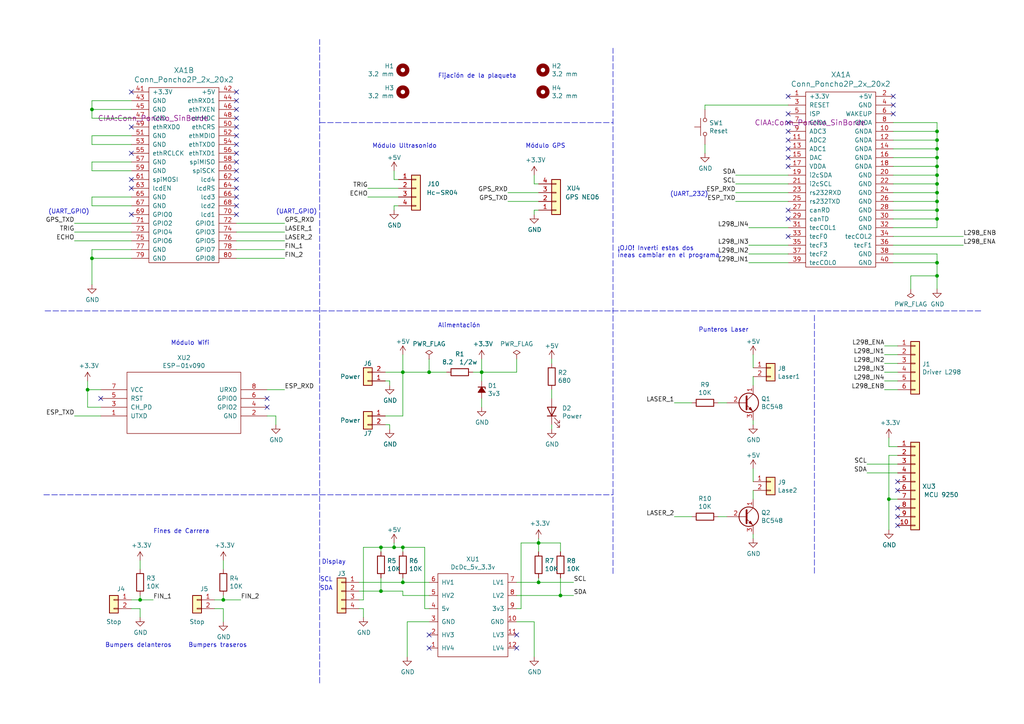
<source format=kicad_sch>
(kicad_sch (version 20211123) (generator eeschema)
  (paper "A4")
  (title_block (title "Robot_RL") (date "2021-05-16") (rev "1.1") (company "UTN_FRBA") (comment 1 "Autor. Ing. Pablo D. Folino "))
  (lib_symbols
    (symbol "Connector_Generic:Conn_01x02" (pin_names (offset 1.016) hide)
      (property "Reference" "J" (at 0 2.54 0))
      (property "Value" "Conn_01x02" (at 0 -5.08 0))
      (symbol "Conn_01x02_1_1"
        (rectangle (start -1.27 -2.413) (end 0 -2.667) (stroke (width 0.1524)))
        (rectangle (start -1.27 0.127) (end 0 -0.127) (stroke (width 0.1524)))
        (rectangle (start -1.27 1.27) (end 1.27 -3.81) (stroke (width 0.254)) (fill (type background)))
        (pin passive line (at -5.08 0 0) (length 3.81) (name "Pin_1") (number "1"))
        (pin passive line (at -5.08 -2.54 0) (length 3.81) (name "Pin_2") (number "2"))
      )
    )
    (symbol "Connector_Generic:Conn_01x04" (pin_names (offset 1.016) hide)
      (property "Reference" "J" (at 0 5.08 0))
      (property "Value" "Conn_01x04" (at 0 -7.62 0))
      (symbol "Conn_01x04_1_1"
        (rectangle (start -1.27 -4.953) (end 0 -5.207) (stroke (width 0.1524)))
        (rectangle (start -1.27 -2.413) (end 0 -2.667) (stroke (width 0.1524)))
        (rectangle (start -1.27 0.127) (end 0 -0.127) (stroke (width 0.1524)))
        (rectangle (start -1.27 2.667) (end 0 2.413) (stroke (width 0.1524)))
        (rectangle (start -1.27 3.81) (end 1.27 -6.35) (stroke (width 0.254)) (fill (type background)))
        (pin passive line (at -5.08 2.54 0) (length 3.81) (name "Pin_1") (number "1"))
        (pin passive line (at -5.08 0 0) (length 3.81) (name "Pin_2") (number "2"))
        (pin passive line (at -5.08 -2.54 0) (length 3.81) (name "Pin_3") (number "3"))
        (pin passive line (at -5.08 -5.08 0) (length 3.81) (name "Pin_4") (number "4"))
      )
    )
    (symbol "Connector_Generic:Conn_01x06" (pin_names (offset 1.016) hide)
      (property "Reference" "J" (at 0 7.62 0))
      (property "Value" "Conn_01x06" (at 0 -10.16 0))
      (symbol "Conn_01x06_1_1"
        (rectangle (start -1.27 -7.493) (end 0 -7.747) (stroke (width 0.1524)))
        (rectangle (start -1.27 -4.953) (end 0 -5.207) (stroke (width 0.1524)))
        (rectangle (start -1.27 -2.413) (end 0 -2.667) (stroke (width 0.1524)))
        (rectangle (start -1.27 0.127) (end 0 -0.127) (stroke (width 0.1524)))
        (rectangle (start -1.27 2.667) (end 0 2.413) (stroke (width 0.1524)))
        (rectangle (start -1.27 5.207) (end 0 4.953) (stroke (width 0.1524)))
        (rectangle (start -1.27 6.35) (end 1.27 -8.89) (stroke (width 0.254)) (fill (type background)))
        (pin passive line (at -5.08 5.08 0) (length 3.81) (name "Pin_1") (number "1"))
        (pin passive line (at -5.08 2.54 0) (length 3.81) (name "Pin_2") (number "2"))
        (pin passive line (at -5.08 0 0) (length 3.81) (name "Pin_3") (number "3"))
        (pin passive line (at -5.08 -2.54 0) (length 3.81) (name "Pin_4") (number "4"))
        (pin passive line (at -5.08 -5.08 0) (length 3.81) (name "Pin_5") (number "5"))
        (pin passive line (at -5.08 -7.62 0) (length 3.81) (name "Pin_6") (number "6"))
      )
    )
    (symbol "Connector_Generic:Conn_01x10" (pin_names (offset 1.016) hide)
      (property "Reference" "J" (at 0 12.7 0))
      (property "Value" "Conn_01x10" (at 0 -15.24 0))
      (symbol "Conn_01x10_1_1"
        (rectangle (start -1.27 -12.573) (end 0 -12.827) (stroke (width 0.1524)))
        (rectangle (start -1.27 -10.033) (end 0 -10.287) (stroke (width 0.1524)))
        (rectangle (start -1.27 -7.493) (end 0 -7.747) (stroke (width 0.1524)))
        (rectangle (start -1.27 -4.953) (end 0 -5.207) (stroke (width 0.1524)))
        (rectangle (start -1.27 -2.413) (end 0 -2.667) (stroke (width 0.1524)))
        (rectangle (start -1.27 0.127) (end 0 -0.127) (stroke (width 0.1524)))
        (rectangle (start -1.27 2.667) (end 0 2.413) (stroke (width 0.1524)))
        (rectangle (start -1.27 5.207) (end 0 4.953) (stroke (width 0.1524)))
        (rectangle (start -1.27 7.747) (end 0 7.493) (stroke (width 0.1524)))
        (rectangle (start -1.27 10.287) (end 0 10.033) (stroke (width 0.1524)))
        (rectangle (start -1.27 11.43) (end 1.27 -13.97) (stroke (width 0.254)) (fill (type background)))
        (pin passive line (at -5.08 10.16 0) (length 3.81) (name "Pin_1") (number "1"))
        (pin passive line (at -5.08 -12.7 0) (length 3.81) (name "Pin_10") (number "10"))
        (pin passive line (at -5.08 7.62 0) (length 3.81) (name "Pin_2") (number "2"))
        (pin passive line (at -5.08 5.08 0) (length 3.81) (name "Pin_3") (number "3"))
        (pin passive line (at -5.08 2.54 0) (length 3.81) (name "Pin_4") (number "4"))
        (pin passive line (at -5.08 0 0) (length 3.81) (name "Pin_5") (number "5"))
        (pin passive line (at -5.08 -2.54 0) (length 3.81) (name "Pin_6") (number "6"))
        (pin passive line (at -5.08 -5.08 0) (length 3.81) (name "Pin_7") (number "7"))
        (pin passive line (at -5.08 -7.62 0) (length 3.81) (name "Pin_8") (number "8"))
        (pin passive line (at -5.08 -10.16 0) (length 3.81) (name "Pin_9") (number "9"))
      )
    )
    (symbol "Converter_DCDC:DcDc_5v_3.3v" (pin_names (offset 1.016))
      (property "Reference" "XU" (at -3.81 -22.86 0))
      (property "Value" "DcDc_5v_3.3v" (at 7.62 3.81 0))
      (symbol "DcDc_5v_3.3v_0_1"
        (rectangle (start -6.35 2.54) (end 13.97 -21.59))
      )
      (symbol "DcDc_5v_3.3v_1_1"
        (pin passive line (at -8.89 0 0) (length 2.54) (name "HV4") (number "1"))
        (pin power_in line (at 16.51 -7.62 180) (length 2.54) (name "GND") (number "10"))
        (pin passive line (at 16.51 -3.81 180) (length 2.54) (name "LV3") (number "11"))
        (pin passive line (at 16.51 0 180) (length 2.54) (name "LV4") (number "12"))
        (pin passive line (at -8.89 -3.81 0) (length 2.54) (name "HV3") (number "2"))
        (pin power_in line (at -8.89 -7.62 0) (length 2.54) (name "GND") (number "3"))
        (pin power_in line (at -8.89 -11.43 0) (length 2.54) (name "5v") (number "4"))
        (pin passive line (at -8.89 -15.24 0) (length 2.54) (name "HV2") (number "5"))
        (pin passive line (at -8.89 -19.05 0) (length 2.54) (name "HV1") (number "6"))
        (pin passive line (at 16.51 -19.05 180) (length 2.54) (name "LV1") (number "7"))
        (pin passive line (at 16.51 -15.24 180) (length 2.54) (name "LV2") (number "8"))
        (pin power_in line (at 16.51 -11.43 180) (length 2.54) (name "3v3") (number "9"))
      )
    )
    (symbol "Device:D_Zener_Small_ALT" (pin_numbers hide) (pin_names (offset 0.254) hide)
      (property "Reference" "D" (at 0 2.286 0))
      (property "Value" "Device_D_Zener_Small_ALT" (at 0 -2.286 0))
      (symbol "D_Zener_Small_ALT_0_1"
        (polyline (pts (xy 0.762 0) (xy -0.762 0)))
        (polyline (pts (xy -0.254 1.016) (xy -0.762 1.016) (xy -0.762 -1.016)) (stroke (width 0.254)))
        (polyline (pts (xy 0.762 1.016) (xy -0.762 0) (xy 0.762 -1.016) (xy 0.762 1.016)) (stroke (width 0.254)) (fill (type outline)))
      )
      (symbol "D_Zener_Small_ALT_1_1"
        (pin passive line (at -2.54 0 0) (length 1.778) (name "K") (number "1"))
        (pin passive line (at 2.54 0 180) (length 1.778) (name "A") (number "2"))
      )
    )
    (symbol "Device:LED" (pin_numbers hide) (pin_names (offset 1.016) hide)
      (property "Reference" "D" (at 0 2.54 0))
      (property "Value" "LED" (at 0 -2.54 0))
      (symbol "LED_0_1"
        (polyline (pts (xy -1.27 -1.27) (xy -1.27 1.27)) (stroke (width 0.254)))
        (polyline (pts (xy -1.27 0) (xy 1.27 0)))
        (polyline (pts (xy 1.27 -1.27) (xy 1.27 1.27) (xy -1.27 0) (xy 1.27 -1.27)) (stroke (width 0.254)))
        (polyline (pts (xy -3.048 -0.762) (xy -4.572 -2.286) (xy -3.81 -2.286) (xy -4.572 -2.286) (xy -4.572 -1.524)))
        (polyline (pts (xy -1.778 -0.762) (xy -3.302 -2.286) (xy -2.54 -2.286) (xy -3.302 -2.286) (xy -3.302 -1.524)))
      )
      (symbol "LED_1_1"
        (pin passive line (at -3.81 0 0) (length 2.54) (name "K") (number "1"))
        (pin passive line (at 3.81 0 180) (length 2.54) (name "A") (number "2"))
      )
    )
    (symbol "Device:R" (pin_numbers hide) (pin_names (offset 0))
      (property "Reference" "R" (at 2.032 0 90))
      (property "Value" "R" (at 0 0 90))
      (symbol "R_0_1"
        (rectangle (start -1.016 -2.54) (end 1.016 2.54) (stroke (width 0.254)))
      )
      (symbol "R_1_1"
        (pin passive line (at 0 3.81 270) (length 1.27) (name "~") (number "1"))
        (pin passive line (at 0 -3.81 90) (length 1.27) (name "~") (number "2"))
      )
    )
    (symbol "DriverCortina_Folino-rescue:ESP-01v090-ESP-Preliminar-rescue" (pin_names (offset 1.016))
      (property "Reference" "U" (at 0 -2.54 0))
      (property "Value" "ESP-01v090-ESP-Preliminar-rescue" (at 0 2.54 0))
      (symbol "ESP-01v090-ESP-Preliminar-rescue_1_0"
        (rectangle (start -16.51 -8.89) (end 16.51 8.89))
      )
      (symbol "ESP-01v090-ESP-Preliminar-rescue_1_1"
        (pin output line (at -24.13 3.81 0) (length 7.62) (name "UTXD") (number "1"))
        (pin power_in line (at 24.13 3.81 180) (length 7.62) (name "GND") (number "2"))
        (pin input line (at -24.13 1.27 0) (length 7.62) (name "CH_PD") (number "3"))
        (pin tri_state line (at 24.13 1.27 180) (length 7.62) (name "GPIO2") (number "4"))
        (pin input line (at -24.13 -1.27 0) (length 7.62) (name "RST") (number "5"))
        (pin tri_state line (at 24.13 -1.27 180) (length 7.62) (name "GPIO0") (number "6"))
        (pin power_in line (at -24.13 -3.81 0) (length 7.62) (name "VCC") (number "7"))
        (pin input line (at 24.13 -3.81 180) (length 7.62) (name "URXD") (number "8"))
      )
    )
    (symbol "Mechanical:MountingHole" (pin_names (offset 1.016))
      (property "Reference" "H" (at 0 5.08 0))
      (property "Value" "MountingHole" (at 0 3.175 0))
      (symbol "MountingHole_0_1"
        (circle (center 0 0) (radius 1.27) (stroke (width 1.27)))
      )
    )
    (symbol "Poncho_rUVot-rescue-2021-04-05-16-24-41:Conn_Poncho2P_2x_20x2" (pin_names (offset 1.016))
      (property "Reference" "XA" (at 7.62 10.16 0))
      (property "Value" "Poncho_rUVot-rescue-2021-04-05-16-24-41_Conn_Poncho2P_2x_20x2" (at 8.89 -43.18 0))
      (symbol "Conn_Poncho2P_2x_20x2_0_1"
        (rectangle (start -1.27 8.89) (end 19.05 -41.91))
      )
      (symbol "Conn_Poncho2P_2x_20x2_1_1"
        (pin power_out line (at -6.35 7.62 0) (length 5.08) (name "+3.3V") (number "1"))
        (pin passive line (at 24.13 -2.54 180) (length 5.08) (name "GNDA") (number "10"))
        (pin passive line (at -6.35 -5.08 0) (length 5.08) (name "ADC2") (number "11"))
        (pin passive line (at 24.13 -5.08 180) (length 5.08) (name "GNDA") (number "12"))
        (pin passive line (at -6.35 -7.62 0) (length 5.08) (name "ADC1") (number "13"))
        (pin passive line (at 24.13 -7.62 180) (length 5.08) (name "GNDA") (number "14"))
        (pin passive line (at -6.35 -10.16 0) (length 5.08) (name "DAC") (number "15"))
        (pin passive line (at 24.13 -10.16 180) (length 5.08) (name "GNDA") (number "16"))
        (pin power_out line (at -6.35 -12.7 0) (length 5.08) (name "VDDA") (number "17"))
        (pin passive line (at 24.13 -12.7 180) (length 5.08) (name "GNDA") (number "18"))
        (pin passive line (at -6.35 -15.24 0) (length 5.08) (name "i2cSDA") (number "19"))
        (pin power_out line (at 24.13 7.62 180) (length 5.08) (name "+5V") (number "2"))
        (pin passive line (at 24.13 -15.24 180) (length 5.08) (name "GND") (number "20"))
        (pin passive line (at -6.35 -17.78 0) (length 5.08) (name "i2cSCL") (number "21"))
        (pin passive line (at 24.13 -17.78 180) (length 5.08) (name "GND") (number "22"))
        (pin passive line (at -6.35 -20.32 0) (length 5.08) (name "rs232RXD") (number "23"))
        (pin passive line (at 24.13 -20.32 180) (length 5.08) (name "GND") (number "24"))
        (pin passive line (at -6.35 -22.86 0) (length 5.08) (name "rs232TXD") (number "25"))
        (pin passive line (at 24.13 -22.86 180) (length 5.08) (name "GND") (number "26"))
        (pin passive line (at -6.35 -25.4 0) (length 5.08) (name "canRD") (number "27"))
        (pin passive line (at 24.13 -25.4 180) (length 5.08) (name "GND") (number "28"))
        (pin passive line (at -6.35 -27.94 0) (length 5.08) (name "canTD") (number "29"))
        (pin input line (at -6.35 5.08 0) (length 5.08) (name "RESET") (number "3"))
        (pin passive line (at 24.13 -27.94 180) (length 5.08) (name "GND") (number "30"))
        (pin passive line (at -6.35 -30.48 0) (length 5.08) (name "tecCOL1") (number "31"))
        (pin passive line (at 24.13 -30.48 180) (length 5.08) (name "GND") (number "32"))
        (pin passive line (at -6.35 -33.02 0) (length 5.08) (name "tecF0") (number "33"))
        (pin passive line (at 24.13 -33.02 180) (length 5.08) (name "tecCOL2") (number "34"))
        (pin passive line (at -6.35 -35.56 0) (length 5.08) (name "tecF3") (number "35"))
        (pin passive line (at 24.13 -35.56 180) (length 5.08) (name "tecF1") (number "36"))
        (pin passive line (at -6.35 -38.1 0) (length 5.08) (name "tecF2") (number "37"))
        (pin passive line (at 24.13 -38.1 180) (length 5.08) (name "GND") (number "38"))
        (pin passive line (at -6.35 -40.64 0) (length 5.08) (name "tecCOL0") (number "39"))
        (pin passive line (at 24.13 5.08 180) (length 5.08) (name "GND") (number "4"))
        (pin passive line (at 24.13 -40.64 180) (length 5.08) (name "GND") (number "40"))
        (pin passive line (at -6.35 2.54 0) (length 5.08) (name "ISP") (number "5"))
        (pin input line (at 24.13 2.54 180) (length 5.08) (name "WAKEUP") (number "6"))
        (pin passive line (at -6.35 0 0) (length 5.08) (name "GNDA") (number "7"))
        (pin passive line (at 24.13 0 180) (length 5.08) (name "GNDA") (number "8"))
        (pin passive line (at -6.35 -2.54 0) (length 5.08) (name "ADC3") (number "9"))
      )
      (symbol "Conn_Poncho2P_2x_20x2_2_1"
        (pin power_out line (at -6.35 7.62 0) (length 5.08) (name "+3.3V") (number "41"))
        (pin power_out line (at 24.13 7.62 180) (length 5.08) (name "+5V") (number "42"))
        (pin passive line (at -6.35 5.08 0) (length 5.08) (name "GND") (number "43"))
        (pin passive line (at 24.13 5.08 180) (length 5.08) (name "ethRXD1") (number "44"))
        (pin passive line (at -6.35 2.54 0) (length 5.08) (name "GND") (number "45"))
        (pin passive line (at 24.13 2.54 180) (length 5.08) (name "ethTXEN") (number "46"))
        (pin passive line (at -6.35 0 0) (length 5.08) (name "GND") (number "47"))
        (pin passive line (at 24.13 0 180) (length 5.08) (name "ethMDC") (number "48"))
        (pin passive line (at -6.35 -2.54 0) (length 5.08) (name "ethRXD0") (number "49"))
        (pin passive line (at 24.13 -2.54 180) (length 5.08) (name "ethCRS") (number "50"))
        (pin passive line (at -6.35 -5.08 0) (length 5.08) (name "GND") (number "51"))
        (pin passive line (at 24.13 -5.08 180) (length 5.08) (name "ethMDIO") (number "52"))
        (pin passive line (at -6.35 -7.62 0) (length 5.08) (name "GND") (number "53"))
        (pin passive line (at 24.13 -7.62 180) (length 5.08) (name "ethTXD0") (number "54"))
        (pin passive line (at -6.35 -10.16 0) (length 5.08) (name "ethRCLCK") (number "55"))
        (pin passive line (at 24.13 -10.16 180) (length 5.08) (name "ethTXD1") (number "56"))
        (pin passive line (at -6.35 -12.7 0) (length 5.08) (name "GND") (number "57"))
        (pin passive line (at 24.13 -12.7 180) (length 5.08) (name "spiMISO") (number "58"))
        (pin passive line (at -6.35 -15.24 0) (length 5.08) (name "GND") (number "59"))
        (pin passive line (at 24.13 -15.24 180) (length 5.08) (name "spiSCK") (number "60"))
        (pin passive line (at -6.35 -17.78 0) (length 5.08) (name "spiMOSI") (number "61"))
        (pin passive line (at 24.13 -17.78 180) (length 5.08) (name "lcd4") (number "62"))
        (pin passive line (at -6.35 -20.32 0) (length 5.08) (name "lcdEN") (number "63"))
        (pin passive line (at 24.13 -20.32 180) (length 5.08) (name "lcdRS") (number "64"))
        (pin passive line (at -6.35 -22.86 0) (length 5.08) (name "GND") (number "65"))
        (pin passive line (at 24.13 -22.86 180) (length 5.08) (name "lcd3") (number "66"))
        (pin passive line (at -6.35 -25.4 0) (length 5.08) (name "GND") (number "67"))
        (pin passive line (at 24.13 -25.4 180) (length 5.08) (name "lcd2") (number "68"))
        (pin passive line (at -6.35 -27.94 0) (length 5.08) (name "GPIO0") (number "69"))
        (pin passive line (at 24.13 -27.94 180) (length 5.08) (name "lcd1") (number "70"))
        (pin passive line (at -6.35 -30.48 0) (length 5.08) (name "GPIO2") (number "71"))
        (pin passive line (at 24.13 -30.48 180) (length 5.08) (name "GPIO1") (number "72"))
        (pin passive line (at -6.35 -33.02 0) (length 5.08) (name "GPIO4") (number "73"))
        (pin passive line (at 24.13 -33.02 180) (length 5.08) (name "GPIO3") (number "74"))
        (pin passive line (at -6.35 -35.56 0) (length 5.08) (name "GPIO6") (number "75"))
        (pin passive line (at 24.13 -35.56 180) (length 5.08) (name "GPIO5") (number "76"))
        (pin passive line (at -6.35 -38.1 0) (length 5.08) (name "GND") (number "77"))
        (pin passive line (at 24.13 -38.1 180) (length 5.08) (name "GPIO7") (number "78"))
        (pin passive line (at -6.35 -40.64 0) (length 5.08) (name "GND") (number "79"))
        (pin passive line (at 24.13 -40.64 180) (length 5.08) (name "GPIO8") (number "80"))
      )
    )
    (symbol "Switch:SW_Push" (pin_numbers hide) (pin_names (offset 1.016) hide)
      (property "Reference" "SW" (at 1.27 2.54 0))
      (property "Value" "SW_Push" (at 0 -1.524 0))
      (symbol "SW_Push_0_1"
        (circle (center -2.032 0) (radius 0.508))
        (polyline (pts (xy 0 1.27) (xy 0 3.048)))
        (polyline (pts (xy 2.54 1.27) (xy -2.54 1.27)))
        (circle (center 2.032 0) (radius 0.508))
        (pin passive line (at -5.08 0 0) (length 2.54) (name "1") (number "1"))
        (pin passive line (at 5.08 0 180) (length 2.54) (name "2") (number "2"))
      )
    )
    (symbol "Transistor_BJT:BC548" (pin_names (offset 0) hide)
      (property "Reference" "Q" (at 5.08 1.905 0))
      (property "Value" "BC548" (at 5.08 0 0))
      (symbol "BC548_0_1"
        (polyline (pts (xy 0 0) (xy 0.635 0)))
        (polyline (pts (xy 0.635 0.635) (xy 2.54 2.54)))
        (polyline (pts (xy 0.635 -0.635) (xy 2.54 -2.54) (xy 2.54 -2.54)))
        (polyline (pts (xy 0.635 1.905) (xy 0.635 -1.905) (xy 0.635 -1.905)) (stroke (width 0.508)))
        (polyline (pts (xy 1.27 -1.778) (xy 1.778 -1.27) (xy 2.286 -2.286) (xy 1.27 -1.778) (xy 1.27 -1.778)) (fill (type outline)))
        (circle (center 1.27 0) (radius 2.8194) (stroke (width 0.254)))
      )
      (symbol "BC548_1_1"
        (pin passive line (at 2.54 5.08 270) (length 2.54) (name "C") (number "1"))
        (pin input line (at -5.08 0 0) (length 5.08) (name "B") (number "2"))
        (pin passive line (at 2.54 -5.08 90) (length 2.54) (name "E") (number "3"))
      )
    )
    (symbol "power:+3.3V" (power) (pin_names (offset 0))
      (property "Value" "+3.3V" (at 0 3.556 0))
      (symbol "+3.3V_0_1"
        (polyline (pts (xy -0.762 1.27) (xy 0 2.54)))
        (polyline (pts (xy 0 0) (xy 0 2.54)))
        (polyline (pts (xy 0 2.54) (xy 0.762 1.27)))
      )
      (symbol "+3.3V_1_1"
        (pin power_in line (at 0 0 90) (length 0) hide (name "+3.3V") (number "1"))
      )
    )
    (symbol "power:+5V" (power) (pin_names (offset 0))
      (property "Value" "+5V" (at 0 3.556 0))
      (symbol "+5V_0_1"
        (polyline (pts (xy -0.762 1.27) (xy 0 2.54)))
        (polyline (pts (xy 0 0) (xy 0 2.54)))
        (polyline (pts (xy 0 2.54) (xy 0.762 1.27)))
      )
      (symbol "+5V_1_1"
        (pin power_in line (at 0 0 90) (length 0) hide (name "+5V") (number "1"))
      )
    )
    (symbol "power:GND" (power) (pin_names (offset 0))
      (property "Value" "GND" (at 0 -3.81 0))
      (symbol "GND_0_1"
        (polyline (pts (xy 0 0) (xy 0 -1.27) (xy 1.27 -1.27) (xy 0 -2.54) (xy -1.27 -1.27) (xy 0 -1.27)))
      )
      (symbol "GND_1_1"
        (pin power_in line (at 0 0 270) (length 0) hide (name "GND") (number "1"))
      )
    )
    (symbol "power:PWR_FLAG" (power) (pin_numbers hide) (pin_names (offset 0) hide)
      (property "Value" "PWR_FLAG" (at 0 3.81 0))
      (symbol "PWR_FLAG_0_0"
        (pin power_out line (at 0 0 90) (length 0) (name "pwr") (number "1"))
      )
      (symbol "PWR_FLAG_0_1"
        (polyline (pts (xy 0 0) (xy 0 1.27) (xy -1.016 1.905) (xy 0 2.54) (xy 1.016 1.905) (xy 0 1.27)))
      )
    )
  )
  (junction (at 271.78 38.1))
  (junction (at 271.78 53.34))
  (junction (at 139.7 107.95))
  (junction (at 110.49 158.75))
  (junction (at 271.78 58.42))
  (junction (at 116.84 107.95))
  (junction (at 271.78 40.64))
  (junction (at 64.77 173.99))
  (junction (at 40.64 173.99))
  (junction (at 271.78 48.26))
  (junction (at 26.67 31.75))
  (junction (at 271.78 60.96))
  (junction (at 124.46 107.95))
  (junction (at 271.78 55.88))
  (junction (at 257.81 144.78))
  (junction (at 271.78 45.72))
  (junction (at 271.78 80.01))
  (junction (at 114.3 158.75))
  (junction (at 271.78 50.8))
  (junction (at 156.21 168.91))
  (junction (at 156.21 157.48))
  (junction (at 271.78 76.2))
  (junction (at 116.84 158.75))
  (junction (at 110.49 171.45))
  (junction (at 25.4 113.03))
  (junction (at 271.78 43.18))
  (junction (at 162.56 172.72))
  (junction (at 271.78 63.5))
  (junction (at 26.67 74.93))
  (junction (at 116.84 168.91))
  (no_connect (at 38.1 54.61))
  (no_connect (at 68.58 31.75))
  (no_connect (at 259.08 27.94))
  (no_connect (at 77.47 118.11))
  (no_connect (at 228.6 48.26))
  (no_connect (at 259.08 30.48))
  (no_connect (at 260.35 149.86))
  (no_connect (at 68.58 49.53))
  (no_connect (at 228.6 33.02))
  (no_connect (at 38.1 52.07))
  (no_connect (at 68.58 36.83))
  (no_connect (at 68.58 54.61))
  (no_connect (at 149.86 184.15))
  (no_connect (at 68.58 62.23))
  (no_connect (at 228.6 35.56))
  (no_connect (at 228.6 43.18))
  (no_connect (at 68.58 41.91))
  (no_connect (at 29.21 115.57))
  (no_connect (at 228.6 38.1))
  (no_connect (at 228.6 60.96))
  (no_connect (at 124.46 187.96))
  (no_connect (at 68.58 39.37))
  (no_connect (at 38.1 36.83))
  (no_connect (at 68.58 57.15))
  (no_connect (at 124.46 184.15))
  (no_connect (at 68.58 34.29))
  (no_connect (at 68.58 52.07))
  (no_connect (at 38.1 26.67))
  (no_connect (at 260.35 139.7))
  (no_connect (at 68.58 29.21))
  (no_connect (at 260.35 152.4))
  (no_connect (at 228.6 63.5))
  (no_connect (at 260.35 142.24))
  (no_connect (at 228.6 45.72))
  (no_connect (at 228.6 27.94))
  (no_connect (at 68.58 44.45))
  (no_connect (at 68.58 26.67))
  (no_connect (at 68.58 46.99))
  (no_connect (at 68.58 59.69))
  (no_connect (at 38.1 62.23))
  (no_connect (at 228.6 40.64))
  (no_connect (at 259.08 33.02))
  (no_connect (at 38.1 44.45))
  (no_connect (at 149.86 187.96))
  (no_connect (at 77.47 115.57))
  (no_connect (at 260.35 147.32))
  (no_connect (at 228.6 68.58))
  (wire (pts (xy 149.86 172.72) (xy 162.56 172.72)))
  (wire (pts (xy 116.84 158.75) (xy 123.19 158.75)))
  (wire (pts (xy 156.21 53.34) (xy 154.94 53.34)))
  (wire (pts (xy 149.86 176.53) (xy 151.13 176.53)))
  (wire (pts (xy 154.94 53.34) (xy 154.94 50.8)))
  (wire (pts (xy 21.59 120.65) (xy 29.21 120.65)))
  (wire (pts (xy 21.59 69.85) (xy 38.1 69.85)))
  (wire (pts (xy 80.01 120.65) (xy 80.01 123.19)))
  (wire (pts (xy 195.58 149.86) (xy 200.66 149.86)))
  (wire (pts (xy 257.81 132.08) (xy 260.35 132.08)))
  (polyline (pts (xy 92.71 35.56) (xy 177.8 35.56)))
  (wire (pts (xy 139.7 115.57) (xy 139.7 118.11)))
  (wire (pts (xy 259.08 58.42) (xy 271.78 58.42)))
  (wire (pts (xy 259.08 76.2) (xy 271.78 76.2)))
  (wire (pts (xy 271.78 50.8) (xy 271.78 53.34)))
  (wire (pts (xy 38.1 176.53) (xy 40.64 176.53)))
  (wire (pts (xy 149.86 180.34) (xy 154.94 180.34)))
  (wire (pts (xy 114.3 59.69) (xy 114.3 60.96)))
  (wire (pts (xy 228.6 50.8) (xy 213.36 50.8)))
  (wire (pts (xy 68.58 74.93) (xy 82.55 74.93)))
  (wire (pts (xy 116.84 172.72) (xy 124.46 172.72)))
  (wire (pts (xy 204.47 41.91) (xy 204.47 44.45)))
  (wire (pts (xy 26.67 31.75) (xy 26.67 34.29)))
  (wire (pts (xy 26.67 74.93) (xy 26.67 82.55)))
  (wire (pts (xy 151.13 157.48) (xy 151.13 176.53)))
  (wire (pts (xy 77.47 120.65) (xy 80.01 120.65)))
  (wire (pts (xy 271.78 60.96) (xy 271.78 63.5)))
  (wire (pts (xy 40.64 176.53) (xy 40.64 179.07)))
  (wire (pts (xy 256.54 105.41) (xy 260.35 105.41)))
  (wire (pts (xy 82.55 67.31) (xy 68.58 67.31)))
  (wire (pts (xy 124.46 104.14) (xy 124.46 107.95)))
  (wire (pts (xy 228.6 76.2) (xy 217.17 76.2)))
  (wire (pts (xy 116.84 120.65) (xy 116.84 107.95)))
  (wire (pts (xy 160.02 124.46) (xy 160.02 123.19)))
  (wire (pts (xy 271.78 43.18) (xy 271.78 45.72)))
  (wire (pts (xy 156.21 157.48) (xy 156.21 160.02)))
  (wire (pts (xy 111.76 120.65) (xy 116.84 120.65)))
  (wire (pts (xy 40.64 173.99) (xy 44.45 173.99)))
  (wire (pts (xy 68.58 64.77) (xy 82.55 64.77)))
  (wire (pts (xy 260.35 137.16) (xy 251.46 137.16)))
  (wire (pts (xy 64.77 176.53) (xy 64.77 180.34)))
  (wire (pts (xy 110.49 171.45) (xy 116.84 171.45)))
  (wire (pts (xy 260.35 129.54) (xy 257.81 129.54)))
  (wire (pts (xy 147.32 58.42) (xy 156.21 58.42)))
  (wire (pts (xy 256.54 102.87) (xy 260.35 102.87)))
  (wire (pts (xy 218.44 121.92) (xy 218.44 123.19)))
  (wire (pts (xy 26.67 46.99) (xy 26.67 49.53)))
  (wire (pts (xy 259.08 53.34) (xy 271.78 53.34)))
  (wire (pts (xy 114.3 157.48) (xy 114.3 158.75)))
  (wire (pts (xy 271.78 76.2) (xy 271.78 80.01)))
  (wire (pts (xy 271.78 58.42) (xy 271.78 60.96)))
  (wire (pts (xy 156.21 167.64) (xy 156.21 168.91)))
  (polyline (pts (xy 236.22 91.44) (xy 236.22 166.37)))
  (wire (pts (xy 139.7 107.95) (xy 139.7 110.49)))
  (wire (pts (xy 271.78 55.88) (xy 271.78 58.42)))
  (wire (pts (xy 257.81 129.54) (xy 257.81 127)))
  (wire (pts (xy 156.21 157.48) (xy 162.56 157.48)))
  (wire (pts (xy 271.78 63.5) (xy 271.78 66.04)))
  (wire (pts (xy 105.41 176.53) (xy 105.41 179.07)))
  (wire (pts (xy 156.21 157.48) (xy 156.21 156.21)))
  (wire (pts (xy 218.44 102.87) (xy 218.44 106.68)))
  (wire (pts (xy 259.08 55.88) (xy 271.78 55.88)))
  (wire (pts (xy 104.14 173.99) (xy 105.41 173.99)))
  (wire (pts (xy 64.77 173.99) (xy 64.77 172.72)))
  (wire (pts (xy 26.67 29.21) (xy 26.67 31.75)))
  (wire (pts (xy 228.6 55.88) (xy 213.36 55.88)))
  (wire (pts (xy 217.17 73.66) (xy 228.6 73.66)))
  (wire (pts (xy 38.1 31.75) (xy 26.67 31.75)))
  (wire (pts (xy 25.4 113.03) (xy 29.21 113.03)))
  (wire (pts (xy 25.4 110.49) (xy 25.4 113.03)))
  (wire (pts (xy 113.03 123.19) (xy 113.03 124.46)))
  (wire (pts (xy 251.46 134.62) (xy 260.35 134.62)))
  (wire (pts (xy 38.1 173.99) (xy 40.64 173.99)))
  (wire (pts (xy 160.02 113.03) (xy 160.02 115.57)))
  (polyline (pts (xy 12.7 143.51) (xy 177.8 143.51)))
  (wire (pts (xy 110.49 158.75) (xy 114.3 158.75)))
  (wire (pts (xy 104.14 168.91) (xy 116.84 168.91)))
  (wire (pts (xy 38.1 46.99) (xy 26.67 46.99)))
  (wire (pts (xy 115.57 59.69) (xy 114.3 59.69)))
  (wire (pts (xy 259.08 68.58) (xy 279.4 68.58)))
  (wire (pts (xy 139.7 107.95) (xy 149.86 107.95)))
  (wire (pts (xy 264.16 80.01) (xy 271.78 80.01)))
  (wire (pts (xy 116.84 107.95) (xy 124.46 107.95)))
  (wire (pts (xy 29.21 118.11) (xy 25.4 118.11)))
  (wire (pts (xy 147.32 55.88) (xy 156.21 55.88)))
  (wire (pts (xy 271.78 73.66) (xy 271.78 76.2)))
  (wire (pts (xy 38.1 59.69) (xy 26.67 59.69)))
  (wire (pts (xy 259.08 66.04) (xy 271.78 66.04)))
  (wire (pts (xy 26.67 39.37) (xy 26.67 41.91)))
  (wire (pts (xy 21.59 64.77) (xy 38.1 64.77)))
  (wire (pts (xy 271.78 53.34) (xy 271.78 55.88)))
  (wire (pts (xy 104.14 171.45) (xy 110.49 171.45)))
  (wire (pts (xy 271.78 45.72) (xy 271.78 48.26)))
  (wire (pts (xy 114.3 158.75) (xy 116.84 158.75)))
  (wire (pts (xy 116.84 102.87) (xy 116.84 107.95)))
  (wire (pts (xy 38.1 41.91) (xy 26.67 41.91)))
  (wire (pts (xy 111.76 123.19) (xy 113.03 123.19)))
  (wire (pts (xy 259.08 38.1) (xy 271.78 38.1)))
  (wire (pts (xy 38.1 29.21) (xy 26.67 29.21)))
  (wire (pts (xy 110.49 167.64) (xy 110.49 171.45)))
  (wire (pts (xy 259.08 40.64) (xy 271.78 40.64)))
  (wire (pts (xy 149.86 107.95) (xy 149.86 104.14)))
  (wire (pts (xy 64.77 173.99) (xy 69.85 173.99)))
  (wire (pts (xy 64.77 162.56) (xy 64.77 165.1)))
  (wire (pts (xy 114.3 52.07) (xy 114.3 49.53)))
  (wire (pts (xy 271.78 48.26) (xy 271.78 50.8)))
  (wire (pts (xy 271.78 38.1) (xy 271.78 40.64)))
  (wire (pts (xy 38.1 72.39) (xy 26.67 72.39)))
  (wire (pts (xy 124.46 180.34) (xy 118.11 180.34)))
  (wire (pts (xy 38.1 39.37) (xy 26.67 39.37)))
  (wire (pts (xy 213.36 58.42) (xy 228.6 58.42)))
  (wire (pts (xy 160.02 105.41) (xy 160.02 104.14)))
  (wire (pts (xy 162.56 167.64) (xy 162.56 172.72)))
  (wire (pts (xy 213.36 53.34) (xy 228.6 53.34)))
  (wire (pts (xy 256.54 110.49) (xy 260.35 110.49)))
  (wire (pts (xy 116.84 171.45) (xy 116.84 172.72)))
  (wire (pts (xy 105.41 158.75) (xy 105.41 173.99)))
  (wire (pts (xy 259.08 71.12) (xy 279.4 71.12)))
  (wire (pts (xy 218.44 109.22) (xy 218.44 111.76)))
  (wire (pts (xy 259.08 63.5) (xy 271.78 63.5)))
  (wire (pts (xy 259.08 45.72) (xy 271.78 45.72)))
  (wire (pts (xy 259.08 73.66) (xy 271.78 73.66)))
  (wire (pts (xy 115.57 52.07) (xy 114.3 52.07)))
  (wire (pts (xy 228.6 30.48) (xy 204.47 30.48)))
  (wire (pts (xy 111.76 107.95) (xy 116.84 107.95)))
  (wire (pts (xy 259.08 35.56) (xy 271.78 35.56)))
  (wire (pts (xy 116.84 158.75) (xy 116.84 160.02)))
  (wire (pts (xy 116.84 167.64) (xy 116.84 168.91)))
  (wire (pts (xy 111.76 110.49) (xy 113.03 110.49)))
  (wire (pts (xy 162.56 160.02) (xy 162.56 157.48)))
  (wire (pts (xy 218.44 154.94) (xy 218.44 156.21)))
  (wire (pts (xy 156.21 60.96) (xy 154.94 60.96)))
  (wire (pts (xy 38.1 74.93) (xy 26.67 74.93)))
  (wire (pts (xy 110.49 160.02) (xy 110.49 158.75)))
  (wire (pts (xy 26.67 72.39) (xy 26.67 74.93)))
  (polyline (pts (xy 284.48 90.17) (xy 12.7 90.17)))
  (wire (pts (xy 26.67 57.15) (xy 26.67 59.69)))
  (wire (pts (xy 40.64 162.56) (xy 40.64 165.1)))
  (wire (pts (xy 110.49 158.75) (xy 105.41 158.75)))
  (wire (pts (xy 124.46 176.53) (xy 123.19 176.53)))
  (wire (pts (xy 271.78 35.56) (xy 271.78 38.1)))
  (polyline (pts (xy 177.8 166.37) (xy 177.8 13.97)))
  (wire (pts (xy 218.44 142.24) (xy 218.44 144.78)))
  (wire (pts (xy 82.55 72.39) (xy 68.58 72.39)))
  (wire (pts (xy 256.54 113.03) (xy 260.35 113.03)))
  (wire (pts (xy 218.44 135.89) (xy 218.44 139.7)))
  (wire (pts (xy 62.23 176.53) (xy 64.77 176.53)))
  (wire (pts (xy 228.6 66.04) (xy 217.17 66.04)))
  (wire (pts (xy 259.08 43.18) (xy 271.78 43.18)))
  (wire (pts (xy 123.19 158.75) (xy 123.19 176.53)))
  (wire (pts (xy 68.58 69.85) (xy 82.55 69.85)))
  (wire (pts (xy 204.47 30.48) (xy 204.47 31.75)))
  (wire (pts (xy 271.78 40.64) (xy 271.78 43.18)))
  (wire (pts (xy 228.6 71.12) (xy 217.17 71.12)))
  (polyline (pts (xy 92.71 198.12) (xy 92.71 11.43)))
  (wire (pts (xy 38.1 57.15) (xy 26.67 57.15)))
  (wire (pts (xy 106.68 54.61) (xy 115.57 54.61)))
  (wire (pts (xy 162.56 172.72) (xy 166.37 172.72)))
  (wire (pts (xy 257.81 144.78) (xy 257.81 132.08)))
  (wire (pts (xy 113.03 110.49) (xy 113.03 111.76)))
  (wire (pts (xy 154.94 180.34) (xy 154.94 190.5)))
  (wire (pts (xy 151.13 157.48) (xy 156.21 157.48)))
  (wire (pts (xy 25.4 118.11) (xy 25.4 113.03)))
  (wire (pts (xy 21.59 67.31) (xy 38.1 67.31)))
  (wire (pts (xy 271.78 80.01) (xy 271.78 83.82)))
  (wire (pts (xy 208.28 116.84) (xy 210.82 116.84)))
  (wire (pts (xy 38.1 49.53) (xy 26.67 49.53)))
  (wire (pts (xy 124.46 168.91) (xy 116.84 168.91)))
  (wire (pts (xy 106.68 57.15) (xy 115.57 57.15)))
  (wire (pts (xy 104.14 176.53) (xy 105.41 176.53)))
  (wire (pts (xy 257.81 144.78) (xy 260.35 144.78)))
  (wire (pts (xy 259.08 60.96) (xy 271.78 60.96)))
  (wire (pts (xy 40.64 173.99) (xy 40.64 172.72)))
  (wire (pts (xy 62.23 173.99) (xy 64.77 173.99)))
  (wire (pts (xy 118.11 180.34) (xy 118.11 190.5)))
  (wire (pts (xy 154.94 60.96) (xy 154.94 62.23)))
  (wire (pts (xy 139.7 104.14) (xy 139.7 107.95)))
  (wire (pts (xy 38.1 34.29) (xy 26.67 34.29)))
  (wire (pts (xy 259.08 50.8) (xy 271.78 50.8)))
  (wire (pts (xy 256.54 107.95) (xy 260.35 107.95)))
  (wire (pts (xy 259.08 48.26) (xy 271.78 48.26)))
  (wire (pts (xy 77.47 113.03) (xy 82.55 113.03)))
  (wire (pts (xy 149.86 168.91) (xy 156.21 168.91)))
  (wire (pts (xy 264.16 83.82) (xy 264.16 80.01)))
  (wire (pts (xy 257.81 153.67) (xy 257.81 144.78)))
  (wire (pts (xy 137.16 107.95) (xy 139.7 107.95)))
  (wire (pts (xy 208.28 149.86) (xy 210.82 149.86)))
  (wire (pts (xy 195.58 116.84) (xy 200.66 116.84)))
  (wire (pts (xy 124.46 107.95) (xy 129.54 107.95)))
  (wire (pts (xy 156.21 168.91) (xy 166.37 168.91)))
  (wire (pts (xy 256.54 100.33) (xy 260.35 100.33)))
  (text "(UART_GPIO)" (at 13.97 62.23 0) (effects (font (size 1.27 1.27)) (justify left bottom)))
  (text "Fijación de la plaqueta" (at 127 22.86 0) (effects (font (size 1.27 1.27)) (justify left bottom)))
  (text "Alimentación" (at 127 95.25 0) (effects (font (size 1.27 1.27)) (justify left bottom)))
  (text "¡OJO! Invertí estas dos \níneas cambiar en el programa." (at 179.07 74.93 0) (effects (font (size 1.27 1.27)) (justify left bottom)))
  (text "Módulo GPS" (at 152.4 43.18 0) (effects (font (size 1.27 1.27)) (justify left bottom)))
  (text "Bumpers delanteros\n" (at 30.48 187.96 0) (effects (font (size 1.27 1.27)) (justify left bottom)))
  (text "Fines de Carrera" (at 44.45 154.94 0) (effects (font (size 1.27 1.27)) (justify left bottom)))
  (text "Bumpers traseros\n" (at 54.61 187.96 0) (effects (font (size 1.27 1.27)) (justify left bottom)))
  (text "SDA" (at 96.52 171.45 180) (effects (font (size 1.27 1.27)) (justify right bottom)))
  (text "Punteros Laser" (at 217.17 96.52 180) (effects (font (size 1.27 1.27)) (justify right bottom)))
  (text "Módulo Wifi" (at 49.53 100.33 0) (effects (font (size 1.27 1.27)) (justify left bottom)))
  (text "Display" (at 100.33 163.83 180) (effects (font (size 1.27 1.27)) (justify right bottom)))
  (text "(UART_GPIO)" (at 80.01 62.23 0) (effects (font (size 1.27 1.27)) (justify left bottom)))
  (text "Módulo Ultrasonido" (at 107.95 43.18 0) (effects (font (size 1.27 1.27)) (justify left bottom)))
  (text "(UART_232)" (at 194.31 57.15 0) (effects (font (size 1.27 1.27)) (justify left bottom)))
  (text "SCL" (at 96.52 168.91 180) (effects (font (size 1.27 1.27)) (justify right bottom)))
  (label "L298_IN4" (at 256.54 110.49 180))
  (label "ESP_TXD" (at 21.59 120.65 180))
  (label "L298_IN3" (at 256.54 107.95 180))
  (label "L298_ENB" (at 279.4 68.58 0))
  (label "LASER_1" (at 82.55 67.31 0))
  (label "GPS_RXD" (at 147.32 55.88 180))
  (label "TRIG" (at 106.68 54.61 180))
  (label "TRIG" (at 21.59 67.31 180))
  (label "L298_IN1" (at 256.54 102.87 180))
  (label "GPS_TXD" (at 147.32 58.42 180))
  (label "FIN_2" (at 69.85 173.99 0))
  (label "FIN_1" (at 82.55 72.39 0))
  (label "LASER_2" (at 82.55 69.85 0))
  (label "SDA" (at 166.37 172.72 0))
  (label "ESP_RXD" (at 82.55 113.03 0))
  (label "ECHO" (at 106.68 57.15 180))
  (label "L298_IN2" (at 256.54 105.41 180))
  (label "ESP_RXD" (at 213.36 55.88 180))
  (label "SDA" (at 251.46 137.16 180))
  (label "L298_ENB" (at 256.54 113.03 180))
  (label "L298_IN3" (at 217.17 71.12 180))
  (label "ECHO" (at 21.59 69.85 180))
  (label "ESP_TXD" (at 213.36 58.42 180))
  (label "SCL" (at 166.37 168.91 0))
  (label "L298_IN1" (at 217.17 76.2 180))
  (label "GPS_TXD" (at 21.59 64.77 180))
  (label "L298_ENA" (at 256.54 100.33 180))
  (label "L298_IN4" (at 217.17 66.04 180))
  (label "SCL" (at 251.46 134.62 180))
  (label "GPS_RXD" (at 82.55 64.77 0))
  (label "L298_IN2" (at 217.17 73.66 180))
  (label "SCL" (at 213.36 53.34 180))
  (label "SDA" (at 213.36 50.8 180))
  (label "L298_ENA" (at 279.4 71.12 0))
  (label "FIN_2" (at 82.55 74.93 0))
  (label "FIN_1" (at 44.45 173.99 0))
  (label "LASER_1" (at 195.58 116.84 180))
  (label "LASER_2" (at 195.58 149.86 180))
  (symbol (lib_id "DriverCortina_Folino-rescue:ESP-01v090-ESP-Preliminar-rescue") (at 53.34 116.84 0) (mirror x) (unit 1)
    (property "Reference" "XU2" (at 53.34 103.759 0))
    (property "Value" "ESP-01v090" (at 53.34 106.0704 0))
    (property "Footprint" "ESP8266:ESP-01" (effects hide))
  )
  (symbol (lib_id "power:+3.3V") (at 25.4 110.49 0) (unit 1)
    (property "Reference" "#PWR0116" (effects hide))
    (property "Value" "+3.3V" (at 25.781 106.0958 0))
  )
  (symbol (lib_id "power:GND") (at 80.01 123.19 0) (unit 1)
    (property "Reference" "#PWR0125" (effects hide))
    (property "Value" "GND" (at 80.137 127.5842 0))
  )
  (symbol (lib_id "power:GND") (at 26.67 82.55 0) (unit 1)
    (property "Reference" "#PWR0101" (effects hide))
    (property "Value" "GND" (at 26.797 86.9442 0))
  )
  (symbol (lib_id "Mechanical:MountingHole") (at 116.84 26.67 0) (mirror y) (unit 1)
    (property "Reference" "H3" (at 114.3 25.5016 0) (effects (justify left)))
    (property "Value" "3.2 mm" (at 114.3 27.813 0) (effects (justify left)))
    (property "Footprint" "MountingHole:MountingHole_2.2mm_M2_DIN965_Pad" (effects hide))
  )
  (symbol (lib_id "Mechanical:MountingHole") (at 157.48 26.67 0) (unit 1)
    (property "Reference" "H4" (at 160.02 25.5016 0) (effects (justify left)))
    (property "Value" "3.2 mm" (at 160.02 27.813 0) (effects (justify left)))
    (property "Footprint" "MountingHole:MountingHole_2.2mm_M2_DIN965_Pad" (effects hide))
  )
  (symbol (lib_id "Mechanical:MountingHole") (at 116.84 20.32 0) (mirror y) (unit 1)
    (property "Reference" "H1" (at 114.3 19.1516 0) (effects (justify left)))
    (property "Value" "3.2 mm" (at 114.3 21.463 0) (effects (justify left)))
    (property "Footprint" "MountingHole:MountingHole_2.2mm_M2_DIN965_Pad" (effects hide))
  )
  (symbol (lib_id "Mechanical:MountingHole") (at 157.48 20.32 0) (unit 1)
    (property "Reference" "H2" (at 160.02 19.1516 0) (effects (justify left)))
    (property "Value" "3.2 mm" (at 160.02 21.463 0) (effects (justify left)))
    (property "Footprint" "MountingHole:MountingHole_2.2mm_M2_DIN965_Pad" (effects hide))
  )
  (symbol (lib_id "power:GND") (at 271.78 83.82 0) (unit 1)
    (property "Reference" "#PWR0102" (effects hide))
    (property "Value" "GND" (at 271.907 88.2142 0))
  )
  (symbol (lib_id "Transistor_BJT:BC548") (at 215.9 116.84 0) (unit 1)
    (property "Reference" "Q1" (at 220.7514 115.6716 0) (effects (justify left)))
    (property "Value" "BC548" (at 220.7514 117.983 0) (effects (justify left)))
    (property "Footprint" "Package_TO_SOT_THT:TO-92L_Inline_Wide" (effects hide))
    (property "Datasheet" "https://www.onsemi.com/pub/Collateral/BC550-D.pdf" (effects hide))
  )
  (symbol (lib_id "Connector_Generic:Conn_01x02") (at 223.52 106.68 0) (unit 1)
    (property "Reference" "J8" (at 225.552 106.8832 0) (effects (justify left)))
    (property "Value" "Laser1" (at 225.552 109.1946 0) (effects (justify left)))
    (property "Footprint" "Connector_PinHeader_2.54mm:PinHeader_1x02_P2.54mm_Horizontal" (effects hide))
  )
  (symbol (lib_id "Device:R") (at 204.47 116.84 270) (unit 1)
    (property "Reference" "R9" (at 204.47 111.5822 90))
    (property "Value" "10K" (at 204.47 113.8936 90))
    (property "Footprint" "Resistor_THT:R_Axial_DIN0207_L6.3mm_D2.5mm_P10.16mm_Horizontal" (effects hide))
  )
  (symbol (lib_id "Poncho_rUVot-rescue-2021-04-05-16-24-41:Conn_Poncho2P_2x_20x2") (at 234.95 35.56 0) (unit 1)
    (property "Reference" "XA1" (at 243.84 21.6662 0) (effects (font (size 1.524 1.524))))
    (property "Value" "Conn_Poncho2P_2x_20x2" (at 243.84 24.3586 0) (effects (font (size 1.524 1.524))))
    (property "Footprint" "CIAA:Conn_Poncho_SinBorde" (at 234.95 35.56 0) (effects (font (size 1.524 1.524))))
  )
  (symbol (lib_id "Poncho_rUVot-rescue-2021-04-05-16-24-41:Conn_Poncho2P_2x_20x2") (at 44.45 34.29 0) (unit 2)
    (property "Reference" "XA1" (at 53.34 20.3962 0) (effects (font (size 1.524 1.524))))
    (property "Value" "Conn_Poncho2P_2x_20x2" (at 53.34 23.0886 0) (effects (font (size 1.524 1.524))))
    (property "Footprint" "CIAA:Conn_Poncho_SinBorde" (at 44.45 34.29 0) (effects (font (size 1.524 1.524))))
  )
  (symbol (lib_id "Connector_Generic:Conn_01x02") (at 106.68 110.49 180) (unit 1)
    (property "Reference" "J6" (at 106.68 105.41 0))
    (property "Value" "Power" (at 101.6 109.22 0))
    (property "Footprint" "Connector_PinHeader_2.54mm:PinHeader_1x02_P2.54mm_Horizontal" (effects hide))
  )
  (symbol (lib_id "Device:R") (at 133.35 107.95 270) (unit 1)
    (property "Reference" "R1" (at 133.35 102.6922 90))
    (property "Value" "8.2  1/2w" (at 133.35 105.0036 90))
    (property "Footprint" "Resistor_THT:R_Axial_DIN0207_L6.3mm_D2.5mm_P10.16mm_Horizontal" (effects hide))
  )
  (symbol (lib_id "Device:D_Zener_Small_ALT") (at 139.7 113.03 270) (unit 1)
    (property "Reference" "D1" (at 141.478 111.8616 90) (effects (justify left)))
    (property "Value" "3v3" (at 141.478 114.173 90) (effects (justify left)))
    (property "Footprint" "Diode_THT:D_DO-35_SOD27_P7.62mm_Horizontal" (effects hide))
  )
  (symbol (lib_id "Connector_Generic:Conn_01x02") (at 106.68 120.65 0) (mirror y) (unit 1)
    (property "Reference" "J7" (at 106.68 125.73 0))
    (property "Value" "Power" (at 101.6 121.92 0))
    (property "Footprint" "Connector_PinHeader_2.54mm:PinHeader_1x02_P2.54mm_Horizontal" (effects hide))
  )
  (symbol (lib_id "power:GND") (at 218.44 123.19 0) (unit 1)
    (property "Reference" "#PWR0126" (effects hide))
    (property "Value" "GND" (at 218.567 127.5842 0))
  )
  (symbol (lib_id "power:GND") (at 139.7 118.11 0) (unit 1)
    (property "Reference" "#PWR0117" (effects hide))
    (property "Value" "GND" (at 139.827 122.5042 0))
  )
  (symbol (lib_id "power:GND") (at 113.03 124.46 0) (unit 1)
    (property "Reference" "#PWR0118" (effects hide))
    (property "Value" "GND" (at 113.157 128.8542 0))
  )
  (symbol (lib_id "power:+5V") (at 218.44 102.87 0) (unit 1)
    (property "Reference" "#PWR0127" (effects hide))
    (property "Value" "+5V" (at 218.44 99.06 0))
  )
  (symbol (lib_id "power:GND") (at 113.03 111.76 0) (unit 1)
    (property "Reference" "#PWR0119" (effects hide))
    (property "Value" "GND" (at 113.157 116.1542 0))
  )
  (symbol (lib_id "power:+3.3V") (at 139.7 104.14 0) (unit 1)
    (property "Reference" "#PWR0120" (effects hide))
    (property "Value" "+3.3V" (at 140.081 99.7458 0))
  )
  (symbol (lib_id "Transistor_BJT:BC548") (at 215.9 149.86 0) (unit 1)
    (property "Reference" "Q2" (at 220.7514 148.6916 0) (effects (justify left)))
    (property "Value" "BC548" (at 220.7514 151.003 0) (effects (justify left)))
    (property "Footprint" "Package_TO_SOT_THT:TO-92L_Inline_Wide" (effects hide))
    (property "Datasheet" "https://www.onsemi.com/pub/Collateral/BC550-D.pdf" (effects hide))
  )
  (symbol (lib_id "Connector_Generic:Conn_01x02") (at 223.52 139.7 0) (unit 1)
    (property "Reference" "J9" (at 225.552 139.9032 0) (effects (justify left)))
    (property "Value" "Lase2" (at 225.552 142.2146 0) (effects (justify left)))
    (property "Footprint" "Connector_PinHeader_2.54mm:PinHeader_1x02_P2.54mm_Horizontal" (effects hide))
  )
  (symbol (lib_id "Device:R") (at 204.47 149.86 270) (unit 1)
    (property "Reference" "R10" (at 204.47 144.6022 90))
    (property "Value" "10K" (at 204.47 146.9136 90))
    (property "Footprint" "Resistor_THT:R_Axial_DIN0207_L6.3mm_D2.5mm_P10.16mm_Horizontal" (effects hide))
  )
  (symbol (lib_id "power:GND") (at 218.44 156.21 0) (unit 1)
    (property "Reference" "#PWR0128" (effects hide))
    (property "Value" "GND" (at 218.567 160.6042 0))
  )
  (symbol (lib_id "power:+5V") (at 218.44 135.89 0) (unit 1)
    (property "Reference" "#PWR0129" (effects hide))
    (property "Value" "+5V" (at 218.44 132.08 0))
  )
  (symbol (lib_id "power:+5V") (at 116.84 102.87 0) (unit 1)
    (property "Reference" "#PWR0121" (effects hide))
    (property "Value" "+5V" (at 116.84 99.06 0))
  )
  (symbol (lib_id "Connector_Generic:Conn_01x06") (at 265.43 105.41 0) (unit 1)
    (property "Reference" "J1" (at 267.462 105.6132 0) (effects (justify left)))
    (property "Value" "Driver L298" (at 267.462 107.9246 0) (effects (justify left)))
    (property "Footprint" "Connector_PinHeader_2.54mm:PinHeader_1x06_P2.54mm_Horizontal" (effects hide))
  )
  (symbol (lib_id "Device:R") (at 160.02 109.22 0) (unit 1)
    (property "Reference" "R2" (at 161.798 108.0516 0) (effects (justify left)))
    (property "Value" "680" (at 161.798 110.363 0) (effects (justify left)))
    (property "Footprint" "Resistor_THT:R_Axial_DIN0207_L6.3mm_D2.5mm_P10.16mm_Horizontal" (effects hide))
  )
  (symbol (lib_id "Device:LED") (at 160.02 119.38 90) (unit 1)
    (property "Reference" "D2" (at 163.0172 118.3894 90) (effects (justify right)))
    (property "Value" "Power" (at 163.0172 120.7008 90) (effects (justify right)))
    (property "Footprint" "LED_THT:LED_D5.0mm" (effects hide))
  )
  (symbol (lib_id "power:+5V") (at 160.02 104.14 0) (unit 1)
    (property "Reference" "#PWR0122" (effects hide))
    (property "Value" "+5V" (at 160.02 100.33 0))
  )
  (symbol (lib_id "power:GND") (at 160.02 124.46 0) (unit 1)
    (property "Reference" "#PWR0123" (effects hide))
    (property "Value" "GND" (at 160.147 128.8542 0))
  )
  (symbol (lib_id "Converter_DCDC:DcDc_5v_3.3v") (at 133.35 187.96 0) (mirror x) (unit 1)
    (property "Reference" "XU1" (at 137.16 162.179 0))
    (property "Value" "DcDc_5v_3.3v" (at 137.16 164.4904 0))
    (property "Footprint" "Converter_DCDC:Converter_DCDC_5v-3v3" (effects hide))
  )
  (symbol (lib_id "power:GND") (at 118.11 190.5 0) (unit 1)
    (property "Reference" "#PWR0105" (effects hide))
    (property "Value" "GND" (at 118.237 194.8942 0))
  )
  (symbol (lib_id "power:GND") (at 154.94 190.5 0) (unit 1)
    (property "Reference" "#PWR0106" (effects hide))
    (property "Value" "GND" (at 155.067 194.8942 0))
  )
  (symbol (lib_id "power:+3.3V") (at 156.21 156.21 0) (unit 1)
    (property "Reference" "#PWR0107" (effects hide))
    (property "Value" "+3.3V" (at 156.591 151.8158 0))
  )
  (symbol (lib_id "Switch:SW_Push") (at 204.47 36.83 90) (unit 1)
    (property "Reference" "SW1" (at 205.6892 35.6616 90) (effects (justify right)))
    (property "Value" "Reset" (at 205.6892 37.973 90) (effects (justify right)))
    (property "Footprint" "Button_Switch_THT:SW_Pulsador" (effects hide))
  )
  (symbol (lib_id "Device:R") (at 110.49 163.83 0) (unit 1)
    (property "Reference" "R5" (at 112.268 162.6616 0) (effects (justify left)))
    (property "Value" "10K" (at 112.268 164.973 0) (effects (justify left)))
    (property "Footprint" "Resistor_THT:R_Axial_DIN0207_L6.3mm_D2.5mm_P10.16mm_Horizontal" (effects hide))
  )
  (symbol (lib_id "Device:R") (at 116.84 163.83 0) (unit 1)
    (property "Reference" "R6" (at 118.618 162.6616 0) (effects (justify left)))
    (property "Value" "10K" (at 118.618 164.973 0) (effects (justify left)))
    (property "Footprint" "Resistor_THT:R_Axial_DIN0207_L6.3mm_D2.5mm_P10.16mm_Horizontal" (effects hide))
  )
  (symbol (lib_id "Device:R") (at 156.21 163.83 0) (unit 1)
    (property "Reference" "R7" (at 157.988 162.6616 0) (effects (justify left)))
    (property "Value" "10K" (at 157.988 164.973 0) (effects (justify left)))
    (property "Footprint" "Resistor_THT:R_Axial_DIN0207_L6.3mm_D2.5mm_P10.16mm_Horizontal" (effects hide))
  )
  (symbol (lib_id "Device:R") (at 162.56 163.83 0) (unit 1)
    (property "Reference" "R8" (at 164.338 162.6616 0) (effects (justify left)))
    (property "Value" "10K" (at 164.338 164.973 0) (effects (justify left)))
    (property "Footprint" "Resistor_THT:R_Axial_DIN0207_L6.3mm_D2.5mm_P10.16mm_Horizontal" (effects hide))
  )
  (symbol (lib_id "power:GND") (at 204.47 44.45 0) (unit 1)
    (property "Reference" "#PWR0124" (effects hide))
    (property "Value" "GND" (at 204.597 48.8442 0))
  )
  (symbol (lib_id "power:+5V") (at 114.3 157.48 0) (unit 1)
    (property "Reference" "#PWR0108" (effects hide))
    (property "Value" "+5V" (at 114.3 153.67 0))
  )
  (symbol (lib_id "Connector_Generic:Conn_01x04") (at 161.29 58.42 0) (mirror x) (unit 1)
    (property "Reference" "XU4" (at 166.37 54.61 0))
    (property "Value" "GPS NEO6" (at 168.91 57.15 0))
    (property "Footprint" "RF_GPS:GPS_NEO_6" (effects hide))
  )
  (symbol (lib_id "Connector_Generic:Conn_01x04") (at 99.06 171.45 0) (mirror y) (unit 1)
    (property "Reference" "J3" (at 99.06 166.37 0))
    (property "Value" "Conn_01x04" (effects hide))
    (property "Footprint" "Connector_PinHeader_2.54mm:PinHeader_1x04_P2.54mm_Vertical" (effects hide))
  )
  (symbol (lib_id "power:GND") (at 105.41 179.07 0) (unit 1)
    (property "Reference" "#PWR0109" (effects hide))
    (property "Value" "GND" (at 105.537 183.4642 0))
  )
  (symbol (lib_id "power:GND") (at 154.94 62.23 0) (unit 1)
    (property "Reference" "#PWR0130" (effects hide))
    (property "Value" "GND" (at 155.067 66.6242 0))
  )
  (symbol (lib_id "power:+3.3V") (at 154.94 50.8 0) (unit 1)
    (property "Reference" "#PWR0131" (effects hide))
    (property "Value" "+3.3V" (at 155.321 46.4058 0))
  )
  (symbol (lib_id "Connector_Generic:Conn_01x10") (at 265.43 139.7 0) (unit 1)
    (property "Reference" "XU3" (at 267.462 141.0716 0) (effects (justify left)))
    (property "Value" "MCU 9250" (at 267.97 143.51 0) (effects (justify left)))
    (property "Footprint" "CIAA:mpu_9250" (effects hide))
  )
  (symbol (lib_id "power:GND") (at 257.81 153.67 0) (unit 1)
    (property "Reference" "#PWR0110" (effects hide))
    (property "Value" "GND" (at 257.937 158.0642 0))
  )
  (symbol (lib_id "Connector_Generic:Conn_01x04") (at 120.65 54.61 0) (unit 1)
    (property "Reference" "J10" (at 125.73 53.34 0))
    (property "Value" "Hc-SR04" (at 128.27 55.88 0))
    (property "Footprint" "Connector_PinHeader_2.54mm:PinHeader_1x04_P2.54mm_Horizontal" (effects hide))
  )
  (symbol (lib_id "power:GND") (at 114.3 60.96 0) (unit 1)
    (property "Reference" "#PWR0132" (effects hide))
    (property "Value" "GND" (at 114.427 65.3542 0))
  )
  (symbol (lib_id "power:+5V") (at 114.3 49.53 0) (unit 1)
    (property "Reference" "#PWR0133" (effects hide))
    (property "Value" "+5V" (at 114.3 45.72 0))
  )
  (symbol (lib_id "power:+3.3V") (at 257.81 127 0) (unit 1)
    (property "Reference" "#PWR0111" (effects hide))
    (property "Value" "+3.3V" (at 258.191 122.6058 0))
  )
  (symbol (lib_id "Connector_Generic:Conn_01x02") (at 33.02 173.99 0) (mirror y) (unit 1)
    (property "Reference" "J4" (at 35.1028 170.815 0))
    (property "Value" "Stop" (at 33.02 180.34 0))
    (property "Footprint" "Connector_PinHeader_2.54mm:PinHeader_1x02_P2.54mm_Horizontal" (effects hide))
  )
  (symbol (lib_id "Connector_Generic:Conn_01x02") (at 57.15 173.99 0) (mirror y) (unit 1)
    (property "Reference" "J5" (at 59.2328 170.815 0))
    (property "Value" "Stop" (at 57.15 180.34 0))
    (property "Footprint" "Connector_PinHeader_2.54mm:PinHeader_1x02_P2.54mm_Horizontal" (effects hide))
  )
  (symbol (lib_id "power:GND") (at 64.77 180.34 0) (unit 1)
    (property "Reference" "#PWR0112" (effects hide))
    (property "Value" "GND" (at 64.897 184.7342 0))
  )
  (symbol (lib_id "power:GND") (at 40.64 179.07 0) (unit 1)
    (property "Reference" "#PWR0113" (effects hide))
    (property "Value" "GND" (at 40.767 183.4642 0))
  )
  (symbol (lib_id "Device:R") (at 40.64 168.91 0) (unit 1)
    (property "Reference" "R3" (at 42.418 167.7416 0) (effects (justify left)))
    (property "Value" "10K" (at 42.418 170.053 0) (effects (justify left)))
    (property "Footprint" "Resistor_THT:R_Axial_DIN0207_L6.3mm_D2.5mm_P10.16mm_Horizontal" (effects hide))
  )
  (symbol (lib_id "Device:R") (at 64.77 168.91 0) (unit 1)
    (property "Reference" "R4" (at 66.548 167.7416 0) (effects (justify left)))
    (property "Value" "10K" (at 66.548 170.053 0) (effects (justify left)))
    (property "Footprint" "Resistor_THT:R_Axial_DIN0207_L6.3mm_D2.5mm_P10.16mm_Horizontal" (effects hide))
  )
  (symbol (lib_id "power:+3.3V") (at 40.64 162.56 0) (unit 1)
    (property "Reference" "#PWR0114" (effects hide))
    (property "Value" "+3.3V" (at 41.021 158.1658 0))
  )
  (symbol (lib_id "power:+3.3V") (at 64.77 162.56 0) (unit 1)
    (property "Reference" "#PWR0115" (effects hide))
    (property "Value" "+3.3V" (at 65.151 158.1658 0))
  )
  (symbol (lib_id "power:PWR_FLAG") (at 264.16 83.82 0) (mirror x) (unit 1)
    (property "Reference" "#FLG0103" (effects hide))
    (property "Value" "PWR_FLAG" (at 264.16 88.2142 0))
  )
  (symbol (lib_id "power:PWR_FLAG") (at 124.46 104.14 0) (unit 1)
    (property "Reference" "#FLG0101" (effects hide))
    (property "Value" "PWR_FLAG" (at 124.46 99.7458 0))
  )
  (symbol (lib_id "power:PWR_FLAG") (at 149.86 104.14 0) (unit 1)
    (property "Reference" "#FLG0102" (effects hide))
    (property "Value" "PWR_FLAG" (at 149.86 99.7458 0))
  )
)
</source>
